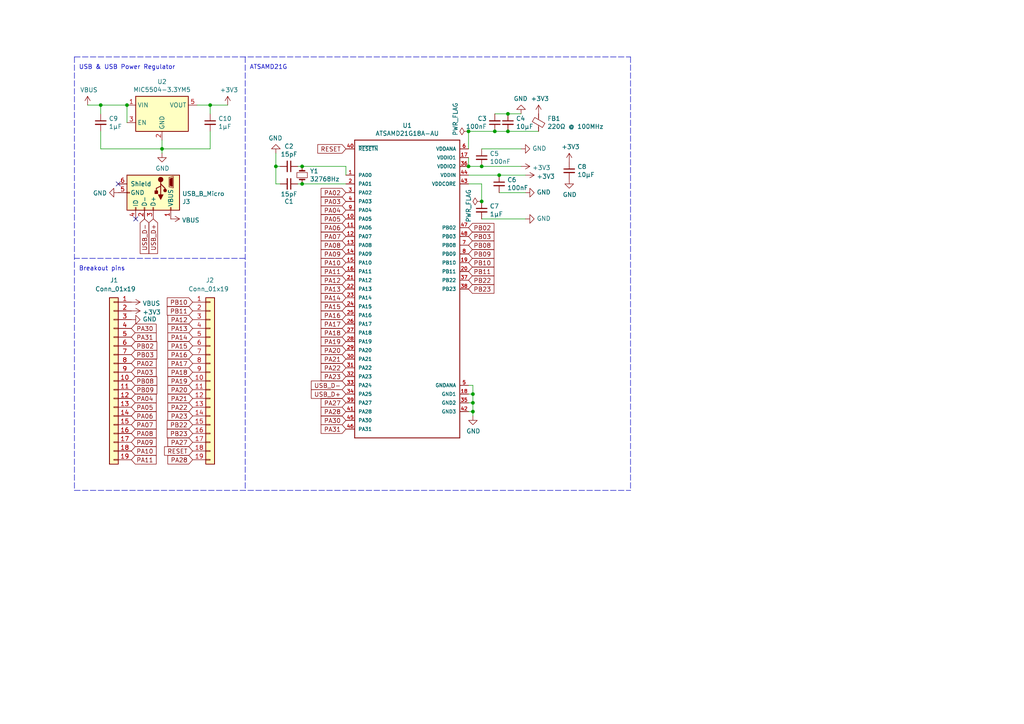
<source format=kicad_sch>
(kicad_sch (version 20211123) (generator eeschema)
  (paper "A4")
  (lib_symbols
    (symbol "Connector:USB_B_Micro" (pin_names (offset 1.016))
      (property "Reference" "J" (at -5.08 11.43 0))
      (property "Value" "USB_B_Micro" (at -5.08 8.89 0))
      (symbol "USB_B_Micro_0_1"
        (rectangle (start -5.08 -7.62) (end 5.08 7.62) (stroke (width 0.254)) (fill (type background)))
        (circle (center -3.81 2.159) (radius 0.635) (stroke (width 0.254)) (fill (type outline)))
        (circle (center -0.635 3.429) (radius 0.381) (stroke (width 0.254)) (fill (type outline)))
        (rectangle (start -0.127 -7.62) (end 0.127 -6.858))
        (polyline (pts (xy -1.905 2.159) (xy 0.635 2.159)) (stroke (width 0.254)))
        (polyline (pts (xy -3.175 2.159) (xy -2.54 2.159) (xy -1.27 3.429) (xy -0.635 3.429)) (stroke (width 0.254)))
        (polyline (pts (xy -2.54 2.159) (xy -1.905 2.159) (xy -1.27 0.889) (xy 0 0.889)) (stroke (width 0.254)))
        (polyline (pts (xy 0.635 2.794) (xy 0.635 1.524) (xy 1.905 2.159) (xy 0.635 2.794)) (stroke (width 0.254)) (fill (type outline)))
        (polyline (pts (xy -4.318 5.588) (xy -1.778 5.588) (xy -2.032 4.826) (xy -4.064 4.826) (xy -4.318 5.588)) (fill (type outline)))
        (polyline (pts (xy -4.699 5.842) (xy -4.699 5.588) (xy -4.445 4.826) (xy -4.445 4.572) (xy -1.651 4.572) (xy -1.651 4.826) (xy -1.397 5.588) (xy -1.397 5.842) (xy -4.699 5.842)))
        (rectangle (start 0.254 1.27) (end -0.508 0.508) (stroke (width 0.254)) (fill (type outline)))
        (rectangle (start 5.08 -5.207) (end 4.318 -4.953))
        (rectangle (start 5.08 -2.667) (end 4.318 -2.413))
        (rectangle (start 5.08 -0.127) (end 4.318 0.127))
        (rectangle (start 5.08 4.953) (end 4.318 5.207))
      )
      (symbol "USB_B_Micro_1_1"
        (pin power_out line (at 7.62 5.08 180) (length 2.54) (name "VBUS") (number "1"))
        (pin bidirectional line (at 7.62 -2.54 180) (length 2.54) (name "D-") (number "2"))
        (pin bidirectional line (at 7.62 0 180) (length 2.54) (name "D+") (number "3"))
        (pin passive line (at 7.62 -5.08 180) (length 2.54) (name "ID") (number "4"))
        (pin power_out line (at 0 -10.16 90) (length 2.54) (name "GND") (number "5"))
        (pin passive line (at -2.54 -10.16 90) (length 2.54) (name "Shield") (number "6"))
      )
    )
    (symbol "Connector_Generic:Conn_01x19" (pin_names (offset 1.016) hide)
      (property "Reference" "J" (at 0 25.4 0))
      (property "Value" "Conn_01x19" (at 0 -25.4 0))
      (symbol "Conn_01x19_1_1"
        (rectangle (start -1.27 -22.733) (end 0 -22.987) (stroke (width 0.1524)))
        (rectangle (start -1.27 -20.193) (end 0 -20.447) (stroke (width 0.1524)))
        (rectangle (start -1.27 -17.653) (end 0 -17.907) (stroke (width 0.1524)))
        (rectangle (start -1.27 -15.113) (end 0 -15.367) (stroke (width 0.1524)))
        (rectangle (start -1.27 -12.573) (end 0 -12.827) (stroke (width 0.1524)))
        (rectangle (start -1.27 -10.033) (end 0 -10.287) (stroke (width 0.1524)))
        (rectangle (start -1.27 -7.493) (end 0 -7.747) (stroke (width 0.1524)))
        (rectangle (start -1.27 -4.953) (end 0 -5.207) (stroke (width 0.1524)))
        (rectangle (start -1.27 -2.413) (end 0 -2.667) (stroke (width 0.1524)))
        (rectangle (start -1.27 0.127) (end 0 -0.127) (stroke (width 0.1524)))
        (rectangle (start -1.27 2.667) (end 0 2.413) (stroke (width 0.1524)))
        (rectangle (start -1.27 5.207) (end 0 4.953) (stroke (width 0.1524)))
        (rectangle (start -1.27 7.747) (end 0 7.493) (stroke (width 0.1524)))
        (rectangle (start -1.27 10.287) (end 0 10.033) (stroke (width 0.1524)))
        (rectangle (start -1.27 12.827) (end 0 12.573) (stroke (width 0.1524)))
        (rectangle (start -1.27 15.367) (end 0 15.113) (stroke (width 0.1524)))
        (rectangle (start -1.27 17.907) (end 0 17.653) (stroke (width 0.1524)))
        (rectangle (start -1.27 20.447) (end 0 20.193) (stroke (width 0.1524)))
        (rectangle (start -1.27 22.987) (end 0 22.733) (stroke (width 0.1524)))
        (rectangle (start -1.27 24.13) (end 1.27 -24.13) (stroke (width 0.254)) (fill (type background)))
        (pin passive line (at -5.08 22.86 0) (length 3.81) (name "Pin_1") (number "1"))
        (pin passive line (at -5.08 0 0) (length 3.81) (name "Pin_10") (number "10"))
        (pin passive line (at -5.08 -2.54 0) (length 3.81) (name "Pin_11") (number "11"))
        (pin passive line (at -5.08 -5.08 0) (length 3.81) (name "Pin_12") (number "12"))
        (pin passive line (at -5.08 -7.62 0) (length 3.81) (name "Pin_13") (number "13"))
        (pin passive line (at -5.08 -10.16 0) (length 3.81) (name "Pin_14") (number "14"))
        (pin passive line (at -5.08 -12.7 0) (length 3.81) (name "Pin_15") (number "15"))
        (pin passive line (at -5.08 -15.24 0) (length 3.81) (name "Pin_16") (number "16"))
        (pin passive line (at -5.08 -17.78 0) (length 3.81) (name "Pin_17") (number "17"))
        (pin passive line (at -5.08 -20.32 0) (length 3.81) (name "Pin_18") (number "18"))
        (pin passive line (at -5.08 -22.86 0) (length 3.81) (name "Pin_19") (number "19"))
        (pin passive line (at -5.08 20.32 0) (length 3.81) (name "Pin_2") (number "2"))
        (pin passive line (at -5.08 17.78 0) (length 3.81) (name "Pin_3") (number "3"))
        (pin passive line (at -5.08 15.24 0) (length 3.81) (name "Pin_4") (number "4"))
        (pin passive line (at -5.08 12.7 0) (length 3.81) (name "Pin_5") (number "5"))
        (pin passive line (at -5.08 10.16 0) (length 3.81) (name "Pin_6") (number "6"))
        (pin passive line (at -5.08 7.62 0) (length 3.81) (name "Pin_7") (number "7"))
        (pin passive line (at -5.08 5.08 0) (length 3.81) (name "Pin_8") (number "8"))
        (pin passive line (at -5.08 2.54 0) (length 3.81) (name "Pin_9") (number "9"))
      )
    )
    (symbol "Device:C_Small" (pin_numbers hide) (pin_names (offset 0.254) hide)
      (property "Reference" "C" (at 0.254 1.778 0))
      (property "Value" "C_Small" (at 0.254 -2.032 0))
      (symbol "C_Small_0_1"
        (polyline (pts (xy -1.524 -0.508) (xy 1.524 -0.508)) (stroke (width 0.3302)))
        (polyline (pts (xy -1.524 0.508) (xy 1.524 0.508)) (stroke (width 0.3048)))
      )
      (symbol "C_Small_1_1"
        (pin passive line (at 0 2.54 270) (length 2.032) (name "~") (number "1"))
        (pin passive line (at 0 -2.54 90) (length 2.032) (name "~") (number "2"))
      )
    )
    (symbol "Device:Crystal_Small" (pin_numbers hide) (pin_names (offset 1.016) hide)
      (property "Reference" "Y" (at 0 2.54 0))
      (property "Value" "Crystal_Small" (at 0 -2.54 0))
      (symbol "Crystal_Small_0_1"
        (rectangle (start -0.762 -1.524) (end 0.762 1.524))
        (polyline (pts (xy -1.27 -0.762) (xy -1.27 0.762)) (stroke (width 0.381)))
        (polyline (pts (xy 1.27 -0.762) (xy 1.27 0.762)) (stroke (width 0.381)))
      )
      (symbol "Crystal_Small_1_1"
        (pin passive line (at -2.54 0 0) (length 1.27) (name "1") (number "1"))
        (pin passive line (at 2.54 0 180) (length 1.27) (name "2") (number "2"))
      )
    )
    (symbol "Regulator_Linear:MIC5504-3.3YM5"
      (property "Reference" "U" (at -7.62 8.89 0))
      (property "Value" "MIC5504-3.3YM5" (at -7.62 6.35 0))
      (symbol "MIC5504-3.3YM5_0_1"
        (rectangle (start -7.62 -5.08) (end 7.62 5.08) (stroke (width 0.254)) (fill (type background)))
      )
      (symbol "MIC5504-3.3YM5_1_1"
        (pin power_in line (at -10.16 2.54 0) (length 2.54) (name "VIN") (number "1"))
        (pin power_in line (at 0 -7.62 90) (length 2.54) (name "GND") (number "2"))
        (pin input line (at -10.16 -2.54 0) (length 2.54) (name "EN") (number "3"))
        (pin no_connect line (at 7.62 -2.54 180) (length 2.54) hide (name "NC") (number "4"))
        (pin power_out line (at 10.16 2.54 180) (length 2.54) (name "VOUT") (number "5"))
      )
    )
    (symbol "power:GND" (power) (pin_names (offset 0))
      (property "Value" "GND" (at 0 -3.81 0))
      (symbol "GND_0_1"
        (polyline (pts (xy 0 0) (xy 0 -1.27) (xy 1.27 -1.27) (xy 0 -2.54) (xy -1.27 -1.27) (xy 0 -1.27)))
      )
      (symbol "GND_1_1"
        (pin power_in line (at 0 0 270) (length 0) hide (name "GND") (number "1"))
      )
    )
    (symbol "power:PWR_FLAG" (power) (pin_numbers hide) (pin_names (offset 0) hide)
      (property "Value" "PWR_FLAG" (at 0 3.81 0))
      (symbol "PWR_FLAG_0_0"
        (pin power_out line (at 0 0 90) (length 0) (name "pwr") (number "1"))
      )
      (symbol "PWR_FLAG_0_1"
        (polyline (pts (xy 0 0) (xy 0 1.27) (xy -1.016 1.905) (xy 0 2.54) (xy 1.016 1.905) (xy 0 1.27)))
      )
    )
    (symbol "power:VBUS" (power) (pin_names (offset 0))
      (property "Value" "VBUS" (at 0 3.81 0))
      (symbol "VBUS_0_1"
        (polyline (pts (xy -0.762 1.27) (xy 0 2.54)))
        (polyline (pts (xy 0 0) (xy 0 2.54)))
        (polyline (pts (xy 0 2.54) (xy 0.762 1.27)))
      )
      (symbol "VBUS_1_1"
        (pin power_in line (at 0 0 90) (length 0) hide (name "VBUS") (number "1"))
      )
    )
    (symbol "samd21g_breakout-rescue:+3.3V-power" (power) (pin_names (offset 0))
      (property "Value" "+3.3V-power" (at 0 3.556 0))
      (symbol "+3.3V-power_0_1"
        (polyline (pts (xy -0.762 1.27) (xy 0 2.54)))
        (polyline (pts (xy 0 0) (xy 0 2.54)))
        (polyline (pts (xy 0 2.54) (xy 0.762 1.27)))
      )
      (symbol "+3.3V-power_1_1"
        (pin power_in line (at 0 0 90) (length 0) hide (name "+3V3") (number "1"))
      )
    )
    (symbol "samd21g_breakout-rescue:ATSAMD21G18A-AU-ATSAMD21G18A-AU" (pin_names (offset 1.016))
      (property "Reference" "U" (at -15.24 43.7134 0))
      (property "Value" "ATSAMD21G18A-AU-ATSAMD21G18A-AU" (at -15.2654 -45.7962 0))
      (symbol "ATSAMD21G18A-AU-ATSAMD21G18A-AU_0_0"
        (polyline (pts (xy -15.24 -43.18) (xy -15.24 43.18)) (stroke (width 0.254)))
        (polyline (pts (xy -15.24 43.18) (xy 15.24 43.18)) (stroke (width 0.254)))
        (polyline (pts (xy 15.24 -43.18) (xy -15.24 -43.18)) (stroke (width 0.254)))
        (polyline (pts (xy 15.24 43.18) (xy 15.24 -43.18)) (stroke (width 0.254)))
        (pin bidirectional line (at -17.78 33.02 0) (length 2.54) (name "PA00") (number "1"))
        (pin bidirectional line (at -17.78 20.32 0) (length 2.54) (name "PA05") (number "10"))
        (pin bidirectional line (at -17.78 17.78 0) (length 2.54) (name "PA06") (number "11"))
        (pin bidirectional line (at -17.78 15.24 0) (length 2.54) (name "PA07") (number "12"))
        (pin bidirectional line (at -17.78 12.7 0) (length 2.54) (name "PA08") (number "13"))
        (pin bidirectional line (at -17.78 10.16 0) (length 2.54) (name "PA09") (number "14"))
        (pin bidirectional line (at -17.78 7.62 0) (length 2.54) (name "PA10") (number "15"))
        (pin bidirectional line (at -17.78 5.08 0) (length 2.54) (name "PA11") (number "16"))
        (pin power_in line (at 17.78 38.1 180) (length 2.54) (name "VDDIO1") (number "17"))
        (pin power_in line (at 17.78 -30.48 180) (length 2.54) (name "GND1") (number "18"))
        (pin bidirectional line (at 17.78 7.62 180) (length 2.54) (name "PB10") (number "19"))
        (pin bidirectional line (at -17.78 30.48 0) (length 2.54) (name "PA01") (number "2"))
        (pin bidirectional line (at 17.78 5.08 180) (length 2.54) (name "PB11") (number "20"))
        (pin bidirectional line (at -17.78 2.54 0) (length 2.54) (name "PA12") (number "21"))
        (pin bidirectional line (at -17.78 0 0) (length 2.54) (name "PA13") (number "22"))
        (pin bidirectional line (at -17.78 -2.54 0) (length 2.54) (name "PA14") (number "23"))
        (pin bidirectional line (at -17.78 -5.08 0) (length 2.54) (name "PA15") (number "24"))
        (pin bidirectional line (at -17.78 -7.62 0) (length 2.54) (name "PA16") (number "25"))
        (pin bidirectional line (at -17.78 -10.16 0) (length 2.54) (name "PA17") (number "26"))
        (pin bidirectional line (at -17.78 -12.7 0) (length 2.54) (name "PA18") (number "27"))
        (pin bidirectional line (at -17.78 -15.24 0) (length 2.54) (name "PA19") (number "28"))
        (pin bidirectional line (at -17.78 -17.78 0) (length 2.54) (name "PA20") (number "29"))
        (pin bidirectional line (at -17.78 27.94 0) (length 2.54) (name "PA02") (number "3"))
        (pin bidirectional line (at -17.78 -20.32 0) (length 2.54) (name "PA21") (number "30"))
        (pin bidirectional line (at -17.78 -22.86 0) (length 2.54) (name "PA22") (number "31"))
        (pin bidirectional line (at -17.78 -25.4 0) (length 2.54) (name "PA23") (number "32"))
        (pin bidirectional line (at -17.78 -27.94 0) (length 2.54) (name "PA24") (number "33"))
        (pin bidirectional line (at -17.78 -30.48 0) (length 2.54) (name "PA25") (number "34"))
        (pin power_in line (at 17.78 -33.02 180) (length 2.54) (name "GND2") (number "35"))
        (pin power_in line (at 17.78 35.56 180) (length 2.54) (name "VDDIO2") (number "36"))
        (pin bidirectional line (at 17.78 2.54 180) (length 2.54) (name "PB22") (number "37"))
        (pin bidirectional line (at 17.78 0 180) (length 2.54) (name "PB23") (number "38"))
        (pin bidirectional line (at -17.78 -33.02 0) (length 2.54) (name "PA27") (number "39"))
        (pin bidirectional line (at -17.78 25.4 0) (length 2.54) (name "PA03") (number "4"))
        (pin input line (at -17.78 40.64 0) (length 2.54) (name "~{RESETN}") (number "40"))
        (pin bidirectional line (at -17.78 -35.56 0) (length 2.54) (name "PA28") (number "41"))
        (pin power_in line (at 17.78 -35.56 180) (length 2.54) (name "GND3") (number "42"))
        (pin power_in line (at 17.78 30.48 180) (length 2.54) (name "VDDCORE") (number "43"))
        (pin power_in line (at 17.78 33.02 180) (length 2.54) (name "VDDIN") (number "44"))
        (pin bidirectional line (at -17.78 -38.1 0) (length 2.54) (name "PA30") (number "45"))
        (pin bidirectional line (at -17.78 -40.64 0) (length 2.54) (name "PA31") (number "46"))
        (pin bidirectional line (at 17.78 17.78 180) (length 2.54) (name "PB02") (number "47"))
        (pin bidirectional line (at 17.78 15.24 180) (length 2.54) (name "PB03") (number "48"))
        (pin power_in line (at 17.78 -27.94 180) (length 2.54) (name "GNDANA") (number "5"))
        (pin power_in line (at 17.78 40.64 180) (length 2.54) (name "VDDANA") (number "6"))
        (pin bidirectional line (at 17.78 12.7 180) (length 2.54) (name "PB08") (number "7"))
        (pin bidirectional line (at 17.78 10.16 180) (length 2.54) (name "PB09") (number "8"))
        (pin bidirectional line (at -17.78 22.86 0) (length 2.54) (name "PA04") (number "9"))
      )
    )
    (symbol "samd21g_breakout-rescue:Ferrite_Bead_Small-Device" (pin_numbers hide) (pin_names (offset 0))
      (property "Reference" "FB" (at 1.905 1.27 0))
      (property "Value" "Ferrite_Bead_Small-Device" (at 1.905 -1.27 0))
      (symbol "Ferrite_Bead_Small-Device_0_1"
        (polyline (pts (xy 0 -1.27) (xy 0 -0.7874)))
        (polyline (pts (xy 0 0.889) (xy 0 1.2954)))
        (polyline (pts (xy -1.8288 0.2794) (xy -1.1176 1.4986) (xy 1.8288 -0.2032) (xy 1.1176 -1.4224) (xy -1.8288 0.2794)))
      )
      (symbol "Ferrite_Bead_Small-Device_1_1"
        (pin passive line (at 0 2.54 270) (length 1.27) (name "~") (number "1"))
        (pin passive line (at 0 -2.54 90) (length 1.27) (name "~") (number "2"))
      )
    )
  )
  (junction (at 147.32 33.02))
  (junction (at 144.78 50.8))
  (junction (at 137.16 114.3))
  (junction (at 29.21 30.48))
  (junction (at 147.32 38.1))
  (junction (at 143.51 38.1))
  (junction (at 80.01 48.26))
  (junction (at 87.63 53.34))
  (junction (at 137.16 116.84))
  (junction (at 139.7 48.26))
  (junction (at 87.63 48.26))
  (junction (at 46.99 43.18))
  (junction (at 36.83 30.48))
  (junction (at 135.89 48.26))
  (junction (at 137.16 119.38))
  (junction (at 139.7 58.42))
  (junction (at 60.96 30.48))
  (junction (at 135.89 38.1))
  (no_connect (at 34.29 53.34))
  (no_connect (at 39.37 63.5))
  (polyline (pts (xy 21.59 16.51) (xy 182.88 16.51)))
  (wire (pts (xy 137.16 116.84) (xy 137.16 119.38)))
  (wire (pts (xy 57.15 30.48) (xy 60.96 30.48)))
  (polyline (pts (xy 21.59 142.24) (xy 182.88 142.24)))
  (wire (pts (xy 46.99 43.18) (xy 29.21 43.18)))
  (wire (pts (xy 86.36 53.34) (xy 87.63 53.34)))
  (wire (pts (xy 147.32 33.02) (xy 151.13 33.02)))
  (wire (pts (xy 46.99 43.18) (xy 46.99 44.45)))
  (wire (pts (xy 137.16 111.76) (xy 137.16 114.3)))
  (wire (pts (xy 46.99 40.64) (xy 46.99 43.18)))
  (wire (pts (xy 139.7 48.26) (xy 151.13 48.26)))
  (wire (pts (xy 139.7 43.18) (xy 151.13 43.18)))
  (wire (pts (xy 46.99 43.18) (xy 60.96 43.18)))
  (polyline (pts (xy 71.12 74.93) (xy 21.59 74.93)))
  (wire (pts (xy 29.21 30.48) (xy 36.83 30.48)))
  (polyline (pts (xy 182.88 16.51) (xy 182.88 142.24)))
  (polyline (pts (xy 71.12 16.51) (xy 71.12 142.24)))
  (wire (pts (xy 135.89 114.3) (xy 137.16 114.3)))
  (wire (pts (xy 135.89 38.1) (xy 143.51 38.1)))
  (wire (pts (xy 29.21 43.18) (xy 29.21 38.1)))
  (wire (pts (xy 135.89 48.26) (xy 139.7 48.26)))
  (wire (pts (xy 29.21 30.48) (xy 25.4 30.48)))
  (wire (pts (xy 135.89 119.38) (xy 137.16 119.38)))
  (wire (pts (xy 135.89 111.76) (xy 137.16 111.76)))
  (wire (pts (xy 29.21 33.02) (xy 29.21 30.48)))
  (wire (pts (xy 60.96 30.48) (xy 66.04 30.48)))
  (wire (pts (xy 87.63 53.34) (xy 100.33 53.34)))
  (wire (pts (xy 135.89 45.72) (xy 135.89 48.26)))
  (wire (pts (xy 60.96 38.1) (xy 60.96 43.18)))
  (wire (pts (xy 144.78 55.88) (xy 152.4 55.88)))
  (wire (pts (xy 60.96 30.48) (xy 60.96 33.02)))
  (wire (pts (xy 80.01 53.34) (xy 80.01 48.26)))
  (wire (pts (xy 87.63 48.26) (xy 100.33 48.26)))
  (wire (pts (xy 81.28 53.34) (xy 80.01 53.34)))
  (wire (pts (xy 100.33 48.26) (xy 100.33 50.8)))
  (wire (pts (xy 139.7 63.5) (xy 152.4 63.5)))
  (wire (pts (xy 36.83 35.56) (xy 36.83 30.48)))
  (polyline (pts (xy 21.59 16.51) (xy 21.59 142.24)))
  (wire (pts (xy 80.01 44.45) (xy 80.01 48.26)))
  (wire (pts (xy 135.89 53.34) (xy 139.7 53.34)))
  (wire (pts (xy 143.51 33.02) (xy 147.32 33.02)))
  (wire (pts (xy 80.01 48.26) (xy 81.28 48.26)))
  (wire (pts (xy 135.89 116.84) (xy 137.16 116.84)))
  (wire (pts (xy 137.16 114.3) (xy 137.16 116.84)))
  (wire (pts (xy 86.36 48.26) (xy 87.63 48.26)))
  (wire (pts (xy 139.7 53.34) (xy 139.7 58.42)))
  (wire (pts (xy 147.32 38.1) (xy 143.51 38.1)))
  (wire (pts (xy 135.89 50.8) (xy 144.78 50.8)))
  (wire (pts (xy 147.32 38.1) (xy 156.21 38.1)))
  (wire (pts (xy 144.78 50.8) (xy 152.4 50.8)))
  (wire (pts (xy 135.89 43.18) (xy 135.89 38.1)))
  (wire (pts (xy 137.16 119.38) (xy 137.16 120.65)))
  (text "ATSAMD21G" (at 72.39 20.32 0) (effects (font (size 1.27 1.27)) (justify left bottom)))
  (text "USB & USB Power Regulator" (at 22.86 20.32 0) (effects (font (size 1.27 1.27)) (justify left bottom)))
  (text "Breakout pins" (at 22.86 78.74 0) (effects (font (size 1.27 1.27)) (justify left bottom)))
  (global_label "PA27" (shape input) (at 55.88 128.27 180) (property "Intersheet References" "${INTERSHEET_REFS}" (effects hide)))
  (global_label "PB23" (shape input) (at 135.89 83.82 0) (property "Intersheet References" "${INTERSHEET_REFS}" (effects hide)))
  (global_label "PA14" (shape input) (at 100.33 86.36 180) (property "Intersheet References" "${INTERSHEET_REFS}" (effects hide)))
  (global_label "PB22" (shape input) (at 135.89 81.28 0) (property "Intersheet References" "${INTERSHEET_REFS}" (effects hide)))
  (global_label "PA02" (shape input) (at 100.33 55.88 180) (property "Intersheet References" "${INTERSHEET_REFS}" (effects hide)))
  (global_label "PA06" (shape input) (at 100.33 66.04 180) (property "Intersheet References" "${INTERSHEET_REFS}" (effects hide)))
  (global_label "PA07" (shape input) (at 100.33 68.58 180) (property "Intersheet References" "${INTERSHEET_REFS}" (effects hide)))
  (global_label "PB11" (shape input) (at 135.89 78.74 0) (property "Intersheet References" "${INTERSHEET_REFS}" (effects hide)))
  (global_label "PA13" (shape input) (at 55.88 95.25 180) (property "Intersheet References" "${INTERSHEET_REFS}" (effects hide)))
  (global_label "PA20" (shape input) (at 55.88 113.03 180) (property "Intersheet References" "${INTERSHEET_REFS}" (effects hide)))
  (global_label "PA30" (shape input) (at 38.1 95.25 0) (property "Intersheet References" "${INTERSHEET_REFS}" (effects hide)))
  (global_label "PA18" (shape input) (at 55.88 107.95 180) (property "Intersheet References" "${INTERSHEET_REFS}" (effects hide)))
  (global_label "PA11" (shape input) (at 100.33 78.74 180) (property "Intersheet References" "${INTERSHEET_REFS}" (effects hide)))
  (global_label "PB23" (shape input) (at 55.88 125.73 180) (property "Intersheet References" "${INTERSHEET_REFS}" (effects hide)))
  (global_label "PA17" (shape input) (at 55.88 105.41 180) (property "Intersheet References" "${INTERSHEET_REFS}" (effects hide)))
  (global_label "PA28" (shape input) (at 55.88 133.35 180) (property "Intersheet References" "${INTERSHEET_REFS}" (effects hide)))
  (global_label "RESET" (shape input) (at 55.88 130.81 180) (property "Intersheet References" "${INTERSHEET_REFS}" (effects hide)))
  (global_label "PA27" (shape input) (at 100.33 116.84 180) (property "Intersheet References" "${INTERSHEET_REFS}" (effects hide)))
  (global_label "PB10" (shape input) (at 135.89 76.2 0) (property "Intersheet References" "${INTERSHEET_REFS}" (effects hide)))
  (global_label "PA05" (shape input) (at 100.33 63.5 180) (property "Intersheet References" "${INTERSHEET_REFS}" (effects hide)))
  (global_label "USB_D-" (shape input) (at 100.33 111.76 180) (property "Intersheet References" "${INTERSHEET_REFS}" (effects hide)))
  (global_label "PA16" (shape input) (at 55.88 102.87 180) (property "Intersheet References" "${INTERSHEET_REFS}" (effects hide)))
  (global_label "PB08" (shape input) (at 135.89 71.12 0) (property "Intersheet References" "${INTERSHEET_REFS}" (effects hide)))
  (global_label "PA30" (shape input) (at 100.33 121.92 180) (property "Intersheet References" "${INTERSHEET_REFS}" (effects hide)))
  (global_label "PA14" (shape input) (at 55.88 97.79 180) (property "Intersheet References" "${INTERSHEET_REFS}" (effects hide)))
  (global_label "PA04" (shape input) (at 100.33 60.96 180) (property "Intersheet References" "${INTERSHEET_REFS}" (effects hide)))
  (global_label "PA23" (shape input) (at 55.88 120.65 180) (property "Intersheet References" "${INTERSHEET_REFS}" (effects hide)))
  (global_label "USB_D+" (shape input) (at 44.45 63.5 270) (property "Intersheet References" "${INTERSHEET_REFS}" (effects hide)))
  (global_label "PA03" (shape input) (at 38.1 107.95 0) (property "Intersheet References" "${INTERSHEET_REFS}" (effects hide)))
  (global_label "PA10" (shape input) (at 38.1 130.81 0) (property "Intersheet References" "${INTERSHEET_REFS}" (effects hide)))
  (global_label "PA03" (shape input) (at 100.33 58.42 180) (property "Intersheet References" "${INTERSHEET_REFS}" (effects hide)))
  (global_label "PA02" (shape input) (at 38.1 105.41 0) (property "Intersheet References" "${INTERSHEET_REFS}" (effects hide)))
  (global_label "PB09" (shape input) (at 135.89 73.66 0) (property "Intersheet References" "${INTERSHEET_REFS}" (effects hide)))
  (global_label "USB_D+" (shape input) (at 100.33 114.3 180) (property "Intersheet References" "${INTERSHEET_REFS}" (effects hide)))
  (global_label "PA20" (shape input) (at 100.33 101.6 180) (property "Intersheet References" "${INTERSHEET_REFS}" (effects hide)))
  (global_label "PA08" (shape input) (at 38.1 125.73 0) (property "Intersheet References" "${INTERSHEET_REFS}" (effects hide)))
  (global_label "PB22" (shape input) (at 55.88 123.19 180) (property "Intersheet References" "${INTERSHEET_REFS}" (effects hide)))
  (global_label "PA31" (shape input) (at 38.1 97.79 0) (property "Intersheet References" "${INTERSHEET_REFS}" (effects hide)))
  (global_label "PA19" (shape input) (at 55.88 110.49 180) (property "Intersheet References" "${INTERSHEET_REFS}" (effects hide)))
  (global_label "PA19" (shape input) (at 100.33 99.06 180) (property "Intersheet References" "${INTERSHEET_REFS}" (effects hide)))
  (global_label "PA31" (shape input) (at 100.33 124.46 180) (property "Intersheet References" "${INTERSHEET_REFS}" (effects hide)))
  (global_label "PB08" (shape input) (at 38.1 110.49 0) (property "Intersheet References" "${INTERSHEET_REFS}" (effects hide)))
  (global_label "PA22" (shape input) (at 100.33 106.68 180) (property "Intersheet References" "${INTERSHEET_REFS}" (effects hide)))
  (global_label "PA12" (shape input) (at 55.88 92.71 180) (property "Intersheet References" "${INTERSHEET_REFS}" (effects hide)))
  (global_label "PB10" (shape input) (at 55.88 87.63 180) (property "Intersheet References" "${INTERSHEET_REFS}" (effects hide)))
  (global_label "PA15" (shape input) (at 55.88 100.33 180) (property "Intersheet References" "${INTERSHEET_REFS}" (effects hide)))
  (global_label "PB03" (shape input) (at 135.89 68.58 0) (property "Intersheet References" "${INTERSHEET_REFS}" (effects hide)))
  (global_label "USB_D-" (shape input) (at 41.91 63.5 270) (property "Intersheet References" "${INTERSHEET_REFS}" (effects hide)))
  (global_label "PA28" (shape input) (at 100.33 119.38 180) (property "Intersheet References" "${INTERSHEET_REFS}" (effects hide)))
  (global_label "PA15" (shape input) (at 100.33 88.9 180) (property "Intersheet References" "${INTERSHEET_REFS}" (effects hide)))
  (global_label "PA23" (shape input) (at 100.33 109.22 180) (property "Intersheet References" "${INTERSHEET_REFS}" (effects hide)))
  (global_label "PA09" (shape input) (at 100.33 73.66 180) (property "Intersheet References" "${INTERSHEET_REFS}" (effects hide)))
  (global_label "PA21" (shape input) (at 55.88 115.57 180) (property "Intersheet References" "${INTERSHEET_REFS}" (effects hide)))
  (global_label "PA17" (shape input) (at 100.33 93.98 180) (property "Intersheet References" "${INTERSHEET_REFS}" (effects hide)))
  (global_label "PA04" (shape input) (at 38.1 115.57 0) (property "Intersheet References" "${INTERSHEET_REFS}" (effects hide)))
  (global_label "PA22" (shape input) (at 55.88 118.11 180) (property "Intersheet References" "${INTERSHEET_REFS}" (effects hide)))
  (global_label "PB02" (shape input) (at 38.1 100.33 0) (property "Intersheet References" "${INTERSHEET_REFS}" (effects hide)))
  (global_label "PA07" (shape input) (at 38.1 123.19 0) (property "Intersheet References" "${INTERSHEET_REFS}" (effects hide)))
  (global_label "PA12" (shape input) (at 100.33 81.28 180) (property "Intersheet References" "${INTERSHEET_REFS}" (effects hide)))
  (global_label "PA10" (shape input) (at 100.33 76.2 180) (property "Intersheet References" "${INTERSHEET_REFS}" (effects hide)))
  (global_label "RESET" (shape input) (at 100.33 43.18 180) (property "Intersheet References" "${INTERSHEET_REFS}" (effects hide)))
  (global_label "PB02" (shape input) (at 135.89 66.04 0) (property "Intersheet References" "${INTERSHEET_REFS}" (effects hide)))
  (global_label "PA16" (shape input) (at 100.33 91.44 180) (property "Intersheet References" "${INTERSHEET_REFS}" (effects hide)))
  (global_label "PA18" (shape input) (at 100.33 96.52 180) (property "Intersheet References" "${INTERSHEET_REFS}" (effects hide)))
  (global_label "PB03" (shape input) (at 38.1 102.87 0) (property "Intersheet References" "${INTERSHEET_REFS}" (effects hide)))
  (global_label "PA08" (shape input) (at 100.33 71.12 180) (property "Intersheet References" "${INTERSHEET_REFS}" (effects hide)))
  (global_label "PA05" (shape input) (at 38.1 118.11 0) (property "Intersheet References" "${INTERSHEET_REFS}" (effects hide)))
  (global_label "PA09" (shape input) (at 38.1 128.27 0) (property "Intersheet References" "${INTERSHEET_REFS}" (effects hide)))
  (global_label "PA13" (shape input) (at 100.33 83.82 180) (property "Intersheet References" "${INTERSHEET_REFS}" (effects hide)))
  (global_label "PB09" (shape input) (at 38.1 113.03 0) (property "Intersheet References" "${INTERSHEET_REFS}" (effects hide)))
  (global_label "PA11" (shape input) (at 38.1 133.35 0) (property "Intersheet References" "${INTERSHEET_REFS}" (effects hide)))
  (global_label "PB11" (shape input) (at 55.88 90.17 180) (property "Intersheet References" "${INTERSHEET_REFS}" (effects hide)))
  (global_label "PA06" (shape input) (at 38.1 120.65 0) (property "Intersheet References" "${INTERSHEET_REFS}" (effects hide)))
  (global_label "PA21" (shape input) (at 100.33 104.14 180) (property "Intersheet References" "${INTERSHEET_REFS}" (effects hide)))
  (symbol (lib_id "samd21g_breakout-rescue:ATSAMD21G18A-AU-ATSAMD21G18A-AU") (at 118.11 83.82 0) (unit 1)
    (property "Reference" "U1" (at 118.11 36.3982 0))
    (property "Value" "ATSAMD21G18A-AU" (at 118.11 38.7096 0))
    (property "Footprint" "ATSAMD21G18A-AU:QFP50P900X900X120-48N" (effects hide))
    (property "Datasheet" "ATMEL" (effects hide))
  )
  (symbol (lib_id "power:GND") (at 80.01 44.45 180) (unit 1)
    (property "Reference" "#PWR0101" (effects hide))
    (property "Value" "GND" (at 79.883 40.0558 0))
  )
  (symbol (lib_id "Connector:USB_B_Micro") (at 44.45 55.88 270) (unit 1)
    (property "Reference" "J3" (at 52.832 58.4962 90) (effects (justify left)))
    (property "Value" "USB_B_Micro" (at 52.832 56.1848 90) (effects (justify left)))
    (property "Footprint" "Connector_USB:USB_Micro-B_Molex-105017-0001" (effects hide))
  )
  (symbol (lib_id "power:GND") (at 34.29 55.88 270) (unit 1)
    (property "Reference" "#PWR0102" (effects hide))
    (property "Value" "GND" (at 31.0388 56.007 90) (effects (justify right)))
  )
  (symbol (lib_id "power:VBUS") (at 49.53 63.5 270) (unit 1)
    (property "Reference" "#PWR0103" (effects hide))
    (property "Value" "VBUS" (at 52.7558 63.881 90) (effects (justify left)))
  )
  (symbol (lib_id "Regulator_Linear:MIC5504-3.3YM5") (at 46.99 33.02 0) (unit 1)
    (property "Reference" "U2" (at 46.99 23.6982 0))
    (property "Value" "MIC5504-3.3YM5" (at 46.99 26.0096 0))
    (property "Footprint" "Package_TO_SOT_SMD:SOT-23-5" (effects hide))
    (property "Datasheet" "http://ww1.microchip.com/downloads/en/DeviceDoc/MIC550X.pdf" (effects hide))
  )
  (symbol (lib_id "Device:Crystal_Small") (at 87.63 50.8 270) (unit 1)
    (property "Reference" "Y1" (at 89.8652 49.6316 90) (effects (justify left)))
    (property "Value" "32768Hz" (at 89.8652 51.943 90) (effects (justify left)))
    (property "Footprint" "Crystal:Crystal_SMD_3215-2Pin_3.2x1.5mm" (effects hide))
  )
  (symbol (lib_id "Device:C_Small") (at 83.82 53.34 270) (mirror x) (unit 1)
    (property "Reference" "C1" (at 83.82 58.42 90))
    (property "Value" "15pF" (at 83.82 56.3118 90))
    (property "Footprint" "Capacitor_SMD:C_0402_1005Metric" (effects hide))
  )
  (symbol (lib_id "Device:C_Small") (at 83.82 48.26 270) (unit 1)
    (property "Reference" "C2" (at 83.82 42.4434 90))
    (property "Value" "15pF" (at 83.82 44.7548 90))
    (property "Footprint" "Capacitor_SMD:C_0402_1005Metric" (effects hide))
  )
  (symbol (lib_id "power:GND") (at 137.16 120.65 0) (unit 1)
    (property "Reference" "#PWR0104" (effects hide))
    (property "Value" "GND" (at 137.287 125.0442 0))
  )
  (symbol (lib_id "Device:C_Small") (at 143.51 35.56 0) (mirror x) (unit 1)
    (property "Reference" "C3" (at 141.1986 34.3916 0) (effects (justify right)))
    (property "Value" "100nF" (at 141.1986 36.703 0) (effects (justify right)))
    (property "Footprint" "Capacitor_SMD:C_0402_1005Metric" (effects hide))
  )
  (symbol (lib_id "Device:C_Small") (at 147.32 35.56 0) (unit 1)
    (property "Reference" "C4" (at 149.6568 34.3916 0) (effects (justify left)))
    (property "Value" "10µF" (at 149.6568 36.703 0) (effects (justify left)))
    (property "Footprint" "Capacitor_SMD:C_0402_1005Metric" (effects hide))
  )
  (symbol (lib_id "power:GND") (at 151.13 33.02 180) (unit 1)
    (property "Reference" "#PWR0112" (effects hide))
    (property "Value" "GND" (at 151.003 28.6258 0))
  )
  (symbol (lib_id "Device:C_Small") (at 139.7 45.72 0) (mirror y) (unit 1)
    (property "Reference" "C5" (at 142.0368 44.5516 0) (effects (justify right)))
    (property "Value" "100nF" (at 142.0368 46.863 0) (effects (justify right)))
    (property "Footprint" "Capacitor_SMD:C_0402_1005Metric" (effects hide))
  )
  (symbol (lib_id "power:GND") (at 151.13 43.18 90) (unit 1)
    (property "Reference" "#PWR0105" (effects hide))
    (property "Value" "GND" (at 154.3812 43.053 90) (effects (justify right)))
  )
  (symbol (lib_id "samd21g_breakout-rescue:+3.3V-power") (at 151.13 48.26 270) (unit 1)
    (property "Reference" "#PWR0106" (effects hide))
    (property "Value" "+3.3V" (at 154.3812 48.641 90) (effects (justify left)))
  )
  (symbol (lib_id "Device:C_Small") (at 144.78 53.34 0) (mirror y) (unit 1)
    (property "Reference" "C6" (at 147.1168 52.1716 0) (effects (justify right)))
    (property "Value" "100nF" (at 147.1168 54.483 0) (effects (justify right)))
    (property "Footprint" "Capacitor_SMD:C_0402_1005Metric" (effects hide))
  )
  (symbol (lib_id "samd21g_breakout-rescue:+3.3V-power") (at 152.4 50.8 270) (unit 1)
    (property "Reference" "#PWR0107" (effects hide))
    (property "Value" "+3.3V" (at 155.6512 51.181 90) (effects (justify left)))
  )
  (symbol (lib_id "power:GND") (at 152.4 55.88 90) (unit 1)
    (property "Reference" "#PWR0108" (effects hide))
    (property "Value" "GND" (at 155.6512 55.753 90) (effects (justify right)))
  )
  (symbol (lib_id "Device:C_Small") (at 139.7 60.96 0) (mirror y) (unit 1)
    (property "Reference" "C7" (at 142.0368 59.7916 0) (effects (justify right)))
    (property "Value" "1µF" (at 142.0368 62.103 0) (effects (justify right)))
    (property "Footprint" "Capacitor_SMD:C_0805_2012Metric" (effects hide))
  )
  (symbol (lib_id "power:GND") (at 152.4 63.5 90) (unit 1)
    (property "Reference" "#PWR0109" (effects hide))
    (property "Value" "GND" (at 155.6512 63.373 90) (effects (justify right)))
  )
  (symbol (lib_id "power:GND") (at 165.1 52.07 0) (unit 1)
    (property "Reference" "#PWR0110" (effects hide))
    (property "Value" "GND" (at 165.227 56.4642 0))
  )
  (symbol (lib_id "samd21g_breakout-rescue:+3.3V-power") (at 165.1 46.99 0) (unit 1)
    (property "Reference" "#PWR0111" (effects hide))
    (property "Value" "+3.3V" (at 165.481 42.5958 0))
  )
  (symbol (lib_id "Device:C_Small") (at 165.1 49.53 0) (mirror y) (unit 1)
    (property "Reference" "C8" (at 167.4368 48.3616 0) (effects (justify right)))
    (property "Value" "10µF" (at 167.4368 50.673 0) (effects (justify right)))
    (property "Footprint" "Capacitor_SMD:C_0402_1005Metric" (effects hide))
  )
  (symbol (lib_id "samd21g_breakout-rescue:+3.3V-power") (at 156.21 33.02 0) (unit 1)
    (property "Reference" "#PWR0113" (effects hide))
    (property "Value" "+3.3V" (at 156.591 28.6258 0))
  )
  (symbol (lib_id "samd21g_breakout-rescue:Ferrite_Bead_Small-Device") (at 156.21 35.56 0) (unit 1)
    (property "Reference" "FB1" (at 158.75 34.3916 0) (effects (justify left)))
    (property "Value" "220Ω @ 100MHz" (at 158.75 36.703 0) (effects (justify left)))
    (property "Footprint" "Inductor_SMD:L_0201_0603Metric" (effects hide))
  )
  (symbol (lib_id "Device:C_Small") (at 29.21 35.56 0) (mirror y) (unit 1)
    (property "Reference" "C9" (at 31.5468 34.3916 0) (effects (justify right)))
    (property "Value" "1µF" (at 31.5468 36.703 0) (effects (justify right)))
    (property "Footprint" "Capacitor_SMD:C_0805_2012Metric" (effects hide))
  )
  (symbol (lib_id "power:GND") (at 46.99 44.45 0) (unit 1)
    (property "Reference" "#PWR0114" (effects hide))
    (property "Value" "GND" (at 47.117 48.8442 0))
  )
  (symbol (lib_id "Device:C_Small") (at 60.96 35.56 0) (mirror y) (unit 1)
    (property "Reference" "C10" (at 63.2968 34.3916 0) (effects (justify right)))
    (property "Value" "1µF" (at 63.2968 36.703 0) (effects (justify right)))
    (property "Footprint" "Capacitor_SMD:C_0805_2012Metric" (effects hide))
  )
  (symbol (lib_id "power:VBUS") (at 25.4 30.48 0) (unit 1)
    (property "Reference" "#PWR0115" (effects hide))
    (property "Value" "VBUS" (at 25.781 26.0858 0))
  )
  (symbol (lib_id "samd21g_breakout-rescue:+3.3V-power") (at 66.04 30.48 0) (unit 1)
    (property "Reference" "#PWR0116" (effects hide))
    (property "Value" "+3.3V" (at 66.421 26.0858 0))
  )
  (symbol (lib_id "power:VBUS") (at 38.1 87.63 270) (unit 1)
    (property "Reference" "#PWR0117" (effects hide))
    (property "Value" "VBUS" (at 41.3512 88.011 90) (effects (justify left)))
  )
  (symbol (lib_id "samd21g_breakout-rescue:+3.3V-power") (at 38.1 90.17 270) (unit 1)
    (property "Reference" "#PWR0118" (effects hide))
    (property "Value" "+3.3V" (at 41.3512 90.551 90) (effects (justify left)))
  )
  (symbol (lib_id "power:GND") (at 38.1 92.71 90) (unit 1)
    (property "Reference" "#PWR0119" (effects hide))
    (property "Value" "GND" (at 41.3512 92.583 90) (effects (justify right)))
  )
  (symbol (lib_id "Connector_Generic:Conn_01x19") (at 60.96 110.49 0) (unit 1)
    (property "Reference" "J2" (at 59.69 81.28 0) (effects (justify left)))
    (property "Value" "Conn_01x19" (at 54.61 83.82 0) (effects (justify left)))
    (property "Footprint" "Connector_PinHeader_2.54mm:PinHeader_1x19_P2.54mm_Vertical" (effects hide))
  )
  (symbol (lib_id "Connector_Generic:Conn_01x19") (at 33.02 110.49 0) (mirror y) (unit 1)
    (property "Reference" "J1" (at 34.29 81.28 0) (effects (justify left)))
    (property "Value" "Conn_01x19" (at 39.37 83.82 0) (effects (justify left)))
    (property "Footprint" "Connector_PinHeader_2.54mm:PinHeader_1x19_P2.54mm_Vertical" (effects hide))
  )
  (symbol (lib_id "power:PWR_FLAG") (at 139.7 58.42 90) (unit 1)
    (property "Reference" "#FLG0101" (effects hide))
    (property "Value" "PWR_FLAG" (at 135.89 59.69 0))
  )
  (symbol (lib_id "power:PWR_FLAG") (at 135.89 38.1 90) (unit 1)
    (property "Reference" "#FLG0102" (effects hide))
    (property "Value" "PWR_FLAG" (at 132.08 39.37 0) (effects (justify left)))
  )
)
</source>
